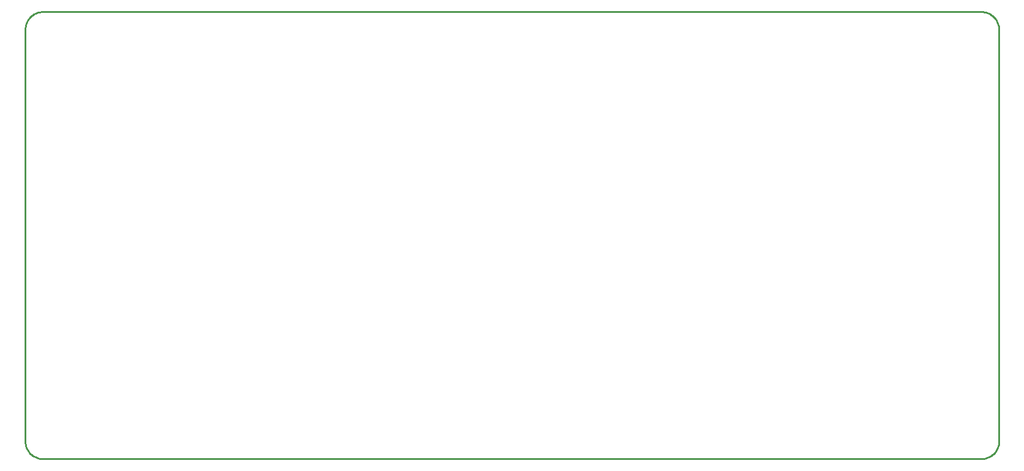
<source format=gbr>
G04 EAGLE Gerber RS-274X export*
G75*
%MOMM*%
%FSLAX34Y34*%
%LPD*%
%IN*%
%IPPOS*%
%AMOC8*
5,1,8,0,0,1.08239X$1,22.5*%
G01*
%ADD10C,0.254000*%


D10*
X0Y25400D02*
X97Y23186D01*
X386Y20989D01*
X865Y18826D01*
X1532Y16713D01*
X2380Y14666D01*
X3403Y12700D01*
X4594Y10831D01*
X5942Y9073D01*
X7440Y7440D01*
X9073Y5942D01*
X10831Y4594D01*
X12700Y3403D01*
X14666Y2380D01*
X16713Y1532D01*
X18826Y865D01*
X20989Y386D01*
X23186Y97D01*
X25400Y0D01*
X1384300Y0D01*
X1386514Y97D01*
X1388711Y386D01*
X1390874Y865D01*
X1392987Y1532D01*
X1395035Y2380D01*
X1397000Y3403D01*
X1398869Y4594D01*
X1400627Y5942D01*
X1402261Y7440D01*
X1403758Y9073D01*
X1405106Y10831D01*
X1406297Y12700D01*
X1407320Y14666D01*
X1408168Y16713D01*
X1408835Y18826D01*
X1409314Y20989D01*
X1409603Y23186D01*
X1409700Y25400D01*
X1409700Y622300D01*
X1409603Y624514D01*
X1409314Y626711D01*
X1408835Y628874D01*
X1408168Y630987D01*
X1407320Y633035D01*
X1406297Y635000D01*
X1405106Y636869D01*
X1403758Y638627D01*
X1402261Y640261D01*
X1400627Y641758D01*
X1398869Y643106D01*
X1397000Y644297D01*
X1395035Y645320D01*
X1392987Y646168D01*
X1390874Y646835D01*
X1388711Y647314D01*
X1386514Y647603D01*
X1384300Y647700D01*
X25400Y647700D01*
X23186Y647603D01*
X20989Y647314D01*
X18826Y646835D01*
X16713Y646168D01*
X14666Y645320D01*
X12700Y644297D01*
X10831Y643106D01*
X9073Y641758D01*
X7440Y640261D01*
X5942Y638627D01*
X4594Y636869D01*
X3403Y635000D01*
X2380Y633035D01*
X1532Y630987D01*
X865Y628874D01*
X386Y626711D01*
X97Y624514D01*
X0Y622300D01*
X0Y25400D01*
M02*

</source>
